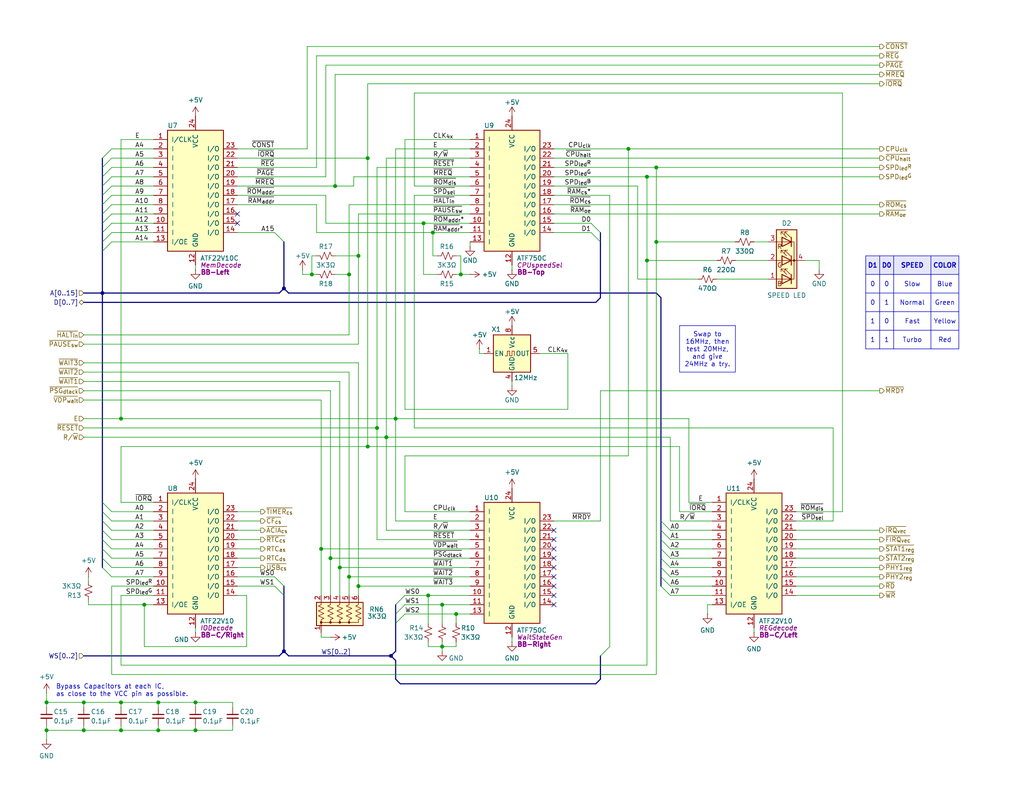
<source format=kicad_sch>
(kicad_sch (version 20250114) (generator "eeschema") (generator_version "9.0")
  (paper "USLetter")
  (title_block (title "Programmable Logic Devices") (date "2025-11-16") (rev "2.0") (company "MicroHobbyist") (comment 1 "Frédéric Segard"))
  (lib_symbols
    (symbol "Device:C_Small" (pin_numbers (hide yes)) (pin_names (offset 0.254) (hide yes))
      (property "Reference" "C" (at 0.254 1.778 0))
      (property "Value" "C_Small" (at 0.254 -2.032 0))
      (symbol "C_Small_1_1"
        (pin passive line (at 0 2.54 270) (length 2.032) (name "~") (number "1"))
        (pin passive line (at 0 -2.54 90) (length 2.032) (name "~") (number "2"))
      )
    )
    (symbol "Device:LED_BGRK" (pin_names (offset 0) (hide yes))
      (property "Reference" "D" (at 0 9.398 0))
      (property "Value" "LED_BGRK" (at 0 -8.89 0))
      (symbol "LED_BGRK_0_0"
        (text "R" (at 1.905 3.81 0) (effects (font (size 1.27 1.27))))
        (text "G" (at 1.905 -1.27 0) (effects (font (size 1.27 1.27))))
        (text "B" (at 1.905 -6.35 0) (effects (font (size 1.27 1.27))))
      )
      (symbol "LED_BGRK_1_1"
        (pin passive line (at -5.08 0 0) (length 2.54) (name "K") (number "4"))
        (pin passive line (at 5.08 5.08 180) (length 2.54) (name "RA") (number "3"))
        (pin passive line (at 5.08 0 180) (length 2.54) (name "GA") (number "2"))
        (pin passive line (at 5.08 -5.08 180) (length 2.54) (name "BA") (number "1"))
      )
    )
    (symbol "Device:R_Network05_US" (pin_names (offset 0) (hide yes))
      (property "Reference" "RN" (at -7.62 0 90))
      (property "Value" "R_Network05_US" (at 7.62 0 90))
      (symbol "R_Network05_US_1_1"
        (pin passive line (at -5.08 5.08 270) (length 2.54) (name "common") (number "1"))
        (pin passive line (at -5.08 -5.08 90) (length 1.27) (name "R1") (number "2"))
        (pin passive line (at -2.54 -5.08 90) (length 1.27) (name "R2") (number "3"))
        (pin passive line (at 0 -5.08 90) (length 1.27) (name "R3") (number "4"))
        (pin passive line (at 2.54 -5.08 90) (length 1.27) (name "R4") (number "5"))
        (pin passive line (at 5.08 -5.08 90) (length 1.27) (name "R5") (number "6"))
      )
    )
    (symbol "Device:R_Small_US" (pin_numbers (hide yes)) (pin_names (offset 0.254) (hide yes))
      (property "Reference" "R" (at 0.762 0.508 0))
      (property "Value" "R_Small_US" (at 0.762 -1.016 0))
      (symbol "R_Small_US_1_1"
        (pin passive line (at 0 2.54 270) (length 1.016) (name "~") (number "1"))
        (pin passive line (at 0 -2.54 90) (length 1.016) (name "~") (number "2"))
      )
    )
    (symbol "GND_1" (power) (pin_numbers (hide yes)) (pin_names (offset 0) (hide yes))
      (property "Value" "GND" (at 0 -3.81 0))
      (symbol "GND_1_1_1"
        (pin power_in line (at 0 0 270) (length 0) (name "~") (number "1"))
      )
    )
    (symbol "MicroHobbyist:ATF22V10C" (pin_names (offset 1.016))
      (property "Reference" "U" (at -7.62 1.27 0))
      (property "Value" "ATF22V10C" (at 1.27 -34.925 0))
      (symbol "ATF22V10C_1_1"
        (pin input line (at -11.43 -2.54 0) (length 3.81) (name "I/CLK") (number "1"))
        (pin input line (at -11.43 -5.08 0) (length 3.81) (name "I") (number "2"))
        (pin input line (at -11.43 -7.62 0) (length 3.81) (name "I") (number "3"))
        (pin input line (at -11.43 -10.16 0) (length 3.81) (name "I") (number "4"))
        (pin input line (at -11.43 -12.7 0) (length 3.81) (name "I") (number "5"))
        (pin input line (at -11.43 -15.24 0) (length 3.81) (name "I") (number "6"))
        (pin input line (at -11.43 -17.78 0) (length 3.81) (name "I") (number "7"))
        (pin input line (at -11.43 -20.32 0) (length 3.81) (name "I") (number "8"))
        (pin input line (at -11.43 -22.86 0) (length 3.81) (name "I") (number "9"))
        (pin input line (at -11.43 -25.4 0) (length 3.81) (name "I") (number "10"))
        (pin input line (at -11.43 -27.94 0) (length 3.81) (name "I") (number "11"))
        (pin input line (at -11.43 -30.48 0) (length 3.81) (name "I/OE") (number "13"))
        (pin power_in line (at 0 3.81 270) (length 3.81) (name "VCC") (number "24"))
        (pin power_in line (at 0 -36.83 90) (length 3.81) (name "GND") (number "12"))
        (pin bidirectional line (at 11.43 -5.08 180) (length 3.81) (name "I/O") (number "23"))
        (pin bidirectional line (at 11.43 -7.62 180) (length 3.81) (name "I/O") (number "22"))
        (pin bidirectional line (at 11.43 -10.16 180) (length 3.81) (name "I/O") (number "21"))
        (pin bidirectional line (at 11.43 -12.7 180) (length 3.81) (name "I/O") (number "20"))
        (pin bidirectional line (at 11.43 -15.24 180) (length 3.81) (name "I/O") (number "19"))
        (pin bidirectional line (at 11.43 -17.78 180) (length 3.81) (name "I/O") (number "18"))
        (pin bidirectional line (at 11.43 -20.32 180) (length 3.81) (name "I/O") (number "17"))
        (pin bidirectional line (at 11.43 -22.86 180) (length 3.81) (name "I/O") (number "16"))
        (pin bidirectional line (at 11.43 -25.4 180) (length 3.81) (name "I/O") (number "15"))
        (pin bidirectional line (at 11.43 -27.94 180) (length 3.81) (name "I/O") (number "14"))
      )
    )
    (symbol "MicroHobbyist:ATF750C" (pin_names (offset 1.016))
      (property "Reference" "U9" (at -7.62 1.27 0))
      (property "Value" "ATF750C" (at 1.27 -34.925 0))
      (property "File" "CPUspeedSel" (at 1.27 -37.084 0))
      (symbol "ATF750C_1_1"
        (pin input line (at -11.43 -2.54 0) (length 3.81) (name "I") (number "1"))
        (pin input line (at -11.43 -5.08 0) (length 3.81) (name "I") (number "2"))
        (pin input line (at -11.43 -7.62 0) (length 3.81) (name "I") (number "3"))
        (pin input line (at -11.43 -10.16 0) (length 3.81) (name "I") (number "4"))
        (pin input line (at -11.43 -12.7 0) (length 3.81) (name "I") (number "5"))
        (pin input line (at -11.43 -15.24 0) (length 3.81) (name "I") (number "6"))
        (pin input line (at -11.43 -17.78 0) (length 3.81) (name "I") (number "7"))
        (pin input line (at -11.43 -20.32 0) (length 3.81) (name "I") (number "8"))
        (pin input line (at -11.43 -22.86 0) (length 3.81) (name "I") (number "9"))
        (pin input line (at -11.43 -25.4 0) (length 3.81) (name "I") (number "10"))
        (pin input line (at -11.43 -27.94 0) (length 3.81) (name "I") (number "11"))
        (pin input line (at -11.43 -30.48 0) (length 3.81) (name "I") (number "13"))
        (pin power_in line (at 0 3.81 270) (length 3.81) (name "VCC") (number "24"))
        (pin power_in line (at 0 -36.83 90) (length 3.81) (name "GND") (number "12"))
        (pin bidirectional line (at 11.43 -5.08 180) (length 3.81) (name "I/O") (number "23"))
        (pin bidirectional line (at 11.43 -7.62 180) (length 3.81) (name "I/O") (number "22"))
        (pin bidirectional line (at 11.43 -10.16 180) (length 3.81) (name "I/O") (number "21"))
        (pin bidirectional line (at 11.43 -12.7 180) (length 3.81) (name "I/O") (number "20"))
        (pin bidirectional line (at 11.43 -15.24 180) (length 3.81) (name "I/O") (number "19"))
        (pin bidirectional line (at 11.43 -17.78 180) (length 3.81) (name "I/O") (number "18"))
        (pin bidirectional line (at 11.43 -20.32 180) (length 3.81) (name "I/O") (number "17"))
        (pin bidirectional line (at 11.43 -22.86 180) (length 3.81) (name "I/O") (number "16"))
        (pin bidirectional line (at 11.43 -25.4 180) (length 3.81) (name "I/O") (number "15"))
        (pin bidirectional line (at 11.43 -27.94 180) (length 3.81) (name "I/O") (number "14"))
      )
    )
    (symbol "Oscillator:CXO_DIP8" (pin_names (offset 0.254))
      (property "Reference" "Y" (at -5.08 6.35 0))
      (property "Value" "CXO_DIP8" (at 1.27 -6.35 0))
      (symbol "CXO_DIP8_1_1"
        (pin input line (at -7.62 0 0) (length 2.54) (name "EN") (number "1"))
        (pin power_in line (at 0 7.62 270) (length 2.54) (name "Vcc") (number "8"))
        (pin power_in line (at 0 -7.62 90) (length 2.54) (name "GND") (number "4"))
        (pin output line (at 7.62 0 180) (length 2.54) (name "OUT") (number "5"))
      )
    )
    (symbol "power:+5V" (power) (pin_numbers (hide yes)) (pin_names (offset 0) (hide yes))
      (property "Value" "+5V" (at 0 3.556 0))
      (symbol "+5V_1_1"
        (pin power_in line (at 0 0 90) (length 0) (name "~") (number "1"))
      )
    )
    (symbol "power:GND" (power) (pin_numbers (hide yes)) (pin_names (offset 0) (hide yes))
      (property "Value" "GND" (at 0 -3.81 0))
      (symbol "GND_1_1"
        (pin power_in line (at 0 0 270) (length 0) (name "~") (number "1"))
      )
    )
  )
  (text "Bypass Capacitors at each IC,\nas close to the VCC pin as possible." (at 15.24 188.595 0) (effects (font (size 1.27 1.27)) (justify left)))
  (text_box "Swap to 16MHz, then test 20MHz, and give 24MHz a try." (at 185.42 88.9 0) (size 15.24 12.7) (margins 0.9525 0.9525 0.9525 0.9525) (effects (font (size 1.27 1.27))))
  (junction (at 90.17 152.4))
  (junction (at 179.07 66.04))
  (junction (at 120.65 176.53))
  (junction (at 92.71 154.94))
  (junction (at 171.45 40.64))
  (junction (at 102.87 116.84))
  (junction (at 77.47 177.8))
  (junction (at 105.41 119.38))
  (junction (at 100.33 121.92))
  (junction (at 100.33 43.18))
  (junction (at 33.02 191.77))
  (junction (at 87.63 149.86))
  (junction (at 33.02 114.3))
  (junction (at 91.44 50.8))
  (junction (at 115.57 60.96))
  (junction (at 22.86 199.39))
  (junction (at 53.34 191.77))
  (junction (at 22.86 191.77))
  (junction (at 120.65 165.1))
  (junction (at 33.02 199.39))
  (junction (at 106.68 179.07))
  (junction (at 39.37 165.1))
  (junction (at 53.34 199.39))
  (junction (at 27.94 80.01))
  (junction (at 124.46 167.64))
  (junction (at 77.47 78.74))
  (junction (at 43.18 199.39))
  (junction (at 116.84 162.56))
  (junction (at 95.25 74.93))
  (junction (at 97.79 160.02))
  (junction (at 118.11 63.5))
  (junction (at 107.95 114.3))
  (junction (at 43.18 191.77))
  (junction (at 95.25 157.48))
  (junction (at 12.7 199.39))
  (junction (at 125.73 74.93))
  (junction (at 97.79 69.85))
  (junction (at 12.7 191.77))
  (junction (at 179.07 45.72))
  (junction (at 85.09 74.93))
  (junction (at 176.53 71.12))
  (junction (at 176.53 48.26))
  (no_connect (at 151.13 162.56))
  (no_connect (at 151.13 144.78))
  (no_connect (at 64.77 60.96))
  (no_connect (at 151.13 160.02))
  (no_connect (at 151.13 165.1))
  (no_connect (at 151.13 154.94))
  (no_connect (at 151.13 149.86))
  (no_connect (at 151.13 152.4))
  (no_connect (at 151.13 147.32))
  (no_connect (at 64.77 58.42))
  (no_connect (at 151.13 157.48))
  (bus_entry (at 27.94 154.94) (size 2.54 2.54))
  (bus_entry (at 27.94 45.72) (size 2.54 -2.54))
  (bus_entry (at 107.95 170.18) (size 2.54 -2.54))
  (bus_entry (at 27.94 149.86) (size 2.54 2.54))
  (bus_entry (at 27.94 53.34) (size 2.54 -2.54))
  (bus_entry (at 27.94 142.24) (size 2.54 2.54))
  (bus_entry (at 77.47 162.56) (size -2.54 -2.54))
  (bus_entry (at 180.34 154.94) (size 2.54 2.54))
  (bus_entry (at 27.94 63.5) (size 2.54 -2.54))
  (bus_entry (at 161.29 60.96) (size 2.54 2.54))
  (bus_entry (at 180.34 160.02) (size 2.54 2.54))
  (bus_entry (at 27.94 50.8) (size 2.54 -2.54))
  (bus_entry (at 27.94 144.78) (size 2.54 2.54))
  (bus_entry (at 27.94 137.16) (size 2.54 2.54))
  (bus_entry (at 77.47 66.04) (size -2.54 -2.54))
  (bus_entry (at 107.95 165.1) (size 2.54 -2.54))
  (bus_entry (at 27.94 152.4) (size 2.54 2.54))
  (bus_entry (at 27.94 60.96) (size 2.54 -2.54))
  (bus_entry (at 27.94 66.04) (size 2.54 -2.54))
  (bus_entry (at 27.94 43.18) (size 2.54 -2.54))
  (bus_entry (at 27.94 68.58) (size 2.54 -2.54))
  (bus_entry (at 180.34 144.78) (size 2.54 2.54))
  (bus_entry (at 27.94 58.42) (size 2.54 -2.54))
  (bus_entry (at 27.94 48.26) (size 2.54 -2.54))
  (bus_entry (at 74.93 157.48) (size 2.54 2.54))
  (bus_entry (at 180.34 149.86) (size 2.54 2.54))
  (bus_entry (at 180.34 147.32) (size 2.54 2.54))
  (bus_entry (at 27.94 147.32) (size 2.54 2.54))
  (bus_entry (at 163.83 179.07) (size 2.54 -2.54))
  (bus_entry (at 161.29 63.5) (size 2.54 2.54))
  (bus_entry (at 180.34 142.24) (size 2.54 2.54))
  (bus_entry (at 180.34 157.48) (size 2.54 2.54))
  (bus_entry (at 107.95 167.64) (size 2.54 -2.54))
  (bus_entry (at 180.34 152.4) (size 2.54 2.54))
  (bus_entry (at 27.94 55.88) (size 2.54 -2.54))
  (bus_entry (at 27.94 139.7) (size 2.54 2.54))
  (bus (pts (xy 27.94 142.24) (xy 27.94 139.7)))
  (wire (pts (xy 118.11 69.85) (xy 119.38 69.85)))
  (wire (pts (xy 219.71 71.12) (xy 223.52 71.12)))
  (wire (pts (xy 43.18 198.12) (xy 43.18 199.39)))
  (wire (pts (xy 30.48 48.26) (xy 41.91 48.26)))
  (bus (pts (xy 27.94 149.86) (xy 27.94 147.32)))
  (bus (pts (xy 27.94 55.88) (xy 27.94 58.42)))
  (wire (pts (xy 185.42 121.92) (xy 185.42 139.7)))
  (bus (pts (xy 180.34 154.94) (xy 180.34 152.4)))
  (bus (pts (xy 27.94 60.96) (xy 27.94 63.5)))
  (wire (pts (xy 33.02 191.77) (xy 33.02 193.04)))
  (wire (pts (xy 95.25 55.88) (xy 95.25 74.93)))
  (bus (pts (xy 78.74 80.01) (xy 179.07 80.01)))
  (wire (pts (xy 12.7 189.23) (xy 12.7 191.77)))
  (wire (pts (xy 33.02 121.92) (xy 100.33 121.92)))
  (wire (pts (xy 120.65 175.26) (xy 120.65 176.53)))
  (wire (pts (xy 22.86 191.77) (xy 33.02 191.77)))
  (wire (pts (xy 151.13 58.42) (xy 240.03 58.42)))
  (wire (pts (xy 185.42 139.7) (xy 194.31 139.7)))
  (wire (pts (xy 33.02 198.12) (xy 33.02 199.39)))
  (wire (pts (xy 217.17 147.32) (xy 240.03 147.32)))
  (wire (pts (xy 30.48 160.02) (xy 41.91 160.02)))
  (wire (pts (xy 30.48 60.96) (xy 41.91 60.96)))
  (bus (pts (xy 180.34 147.32) (xy 180.34 144.78)))
  (wire (pts (xy 95.25 55.88) (xy 128.27 55.88)))
  (bus (pts (xy 179.07 80.01) (xy 180.34 81.28)))
  (wire (pts (xy 182.88 152.4) (xy 194.31 152.4)))
  (wire (pts (xy 22.86 198.12) (xy 22.86 199.39)))
  (wire (pts (xy 125.73 69.85) (xy 125.73 74.93)))
  (wire (pts (xy 30.48 58.42) (xy 41.91 58.42)))
  (wire (pts (xy 217.17 154.94) (xy 240.03 154.94)))
  (wire (pts (xy 107.95 114.3) (xy 107.95 142.24)))
  (wire (pts (xy 105.41 43.18) (xy 128.27 43.18)))
  (wire (pts (xy 30.48 152.4) (xy 41.91 152.4)))
  (wire (pts (xy 113.03 25.4) (xy 113.03 50.8)))
  (wire (pts (xy 64.77 48.26) (xy 88.9 48.26)))
  (bus (pts (xy 107.95 167.64) (xy 107.95 170.18)))
  (wire (pts (xy 82.55 73.66) (xy 82.55 74.93)))
  (wire (pts (xy 22.86 119.38) (xy 105.41 119.38)))
  (wire (pts (xy 53.34 172.72) (xy 53.34 171.45)))
  (wire (pts (xy 100.33 121.92) (xy 185.42 121.92)))
  (wire (pts (xy 30.48 50.8) (xy 41.91 50.8)))
  (wire (pts (xy 193.04 165.1) (xy 193.04 167.64)))
  (wire (pts (xy 88.9 17.78) (xy 88.9 48.26)))
  (bus (pts (xy 163.83 81.28) (xy 162.56 82.55)))
  (wire (pts (xy 86.36 15.24) (xy 240.03 15.24)))
  (bus (pts (xy 106.68 179.07) (xy 107.95 180.34)))
  (wire (pts (xy 22.86 116.84) (xy 102.87 116.84)))
  (wire (pts (xy 217.17 152.4) (xy 240.03 152.4)))
  (wire (pts (xy 97.79 58.42) (xy 97.79 69.85)))
  (wire (pts (xy 22.86 109.22) (xy 87.63 109.22)))
  (wire (pts (xy 147.32 96.52) (xy 154.94 96.52)))
  (wire (pts (xy 30.48 147.32) (xy 41.91 147.32)))
  (wire (pts (xy 64.77 43.18) (xy 100.33 43.18)))
  (wire (pts (xy 130.81 95.25) (xy 130.81 96.52)))
  (wire (pts (xy 87.63 149.86) (xy 128.27 149.86)))
  (bus (pts (xy 163.83 66.04) (xy 163.83 81.28)))
  (wire (pts (xy 110.49 38.1) (xy 128.27 38.1)))
  (wire (pts (xy 30.48 66.04) (xy 41.91 66.04)))
  (wire (pts (xy 86.36 63.5) (xy 118.11 63.5)))
  (bus (pts (xy 107.95 165.1) (xy 107.95 167.64)))
  (wire (pts (xy 63.5 198.12) (xy 63.5 199.39)))
  (wire (pts (xy 30.48 154.94) (xy 41.91 154.94)))
  (wire (pts (xy 102.87 116.84) (xy 102.87 147.32)))
  (wire (pts (xy 95.25 74.93) (xy 91.44 74.93)))
  (wire (pts (xy 39.37 165.1) (xy 41.91 165.1)))
  (wire (pts (xy 217.17 162.56) (xy 240.03 162.56)))
  (wire (pts (xy 43.18 191.77) (xy 43.18 193.04)))
  (wire (pts (xy 64.77 63.5) (xy 74.93 63.5)))
  (wire (pts (xy 176.53 71.12) (xy 195.58 71.12)))
  (wire (pts (xy 110.49 38.1) (xy 110.49 111.76)))
  (wire (pts (xy 87.63 109.22) (xy 87.63 149.86)))
  (wire (pts (xy 95.25 157.48) (xy 128.27 157.48)))
  (wire (pts (xy 86.36 15.24) (xy 86.36 45.72)))
  (bus (pts (xy 27.94 80.01) (xy 76.2 80.01)))
  (wire (pts (xy 63.5 191.77) (xy 63.5 193.04)))
  (wire (pts (xy 92.71 154.94) (xy 92.71 162.56)))
  (bus (pts (xy 107.95 185.42) (xy 109.22 186.69)))
  (wire (pts (xy 151.13 43.18) (xy 240.03 43.18)))
  (wire (pts (xy 110.49 165.1) (xy 120.65 165.1)))
  (wire (pts (xy 97.79 69.85) (xy 97.79 93.98)))
  (wire (pts (xy 151.13 45.72) (xy 179.07 45.72)))
  (wire (pts (xy 30.48 53.34) (xy 41.91 53.34)))
  (wire (pts (xy 64.77 55.88) (xy 86.36 55.88)))
  (wire (pts (xy 102.87 45.72) (xy 102.87 116.84)))
  (wire (pts (xy 113.03 116.84) (xy 227.33 116.84)))
  (wire (pts (xy 171.45 40.64) (xy 240.03 40.64)))
  (wire (pts (xy 128.27 66.04) (xy 128.27 67.31)))
  (wire (pts (xy 30.48 139.7) (xy 41.91 139.7)))
  (wire (pts (xy 30.48 55.88) (xy 41.91 55.88)))
  (wire (pts (xy 100.33 22.86) (xy 100.33 43.18)))
  (wire (pts (xy 91.44 69.85) (xy 97.79 69.85)))
  (wire (pts (xy 67.31 162.56) (xy 67.31 176.53)))
  (wire (pts (xy 64.77 160.02) (xy 74.93 160.02)))
  (wire (pts (xy 124.46 175.26) (xy 124.46 176.53)))
  (wire (pts (xy 154.94 96.52) (xy 154.94 111.76)))
  (wire (pts (xy 151.13 60.96) (xy 161.29 60.96)))
  (bus (pts (xy 27.94 45.72) (xy 27.94 48.26)))
  (wire (pts (xy 120.65 165.1) (xy 128.27 165.1)))
  (wire (pts (xy 176.53 48.26) (xy 176.53 71.12)))
  (wire (pts (xy 64.77 144.78) (xy 71.12 144.78)))
  (wire (pts (xy 102.87 147.32) (xy 128.27 147.32)))
  (wire (pts (xy 195.58 76.2) (xy 209.55 76.2)))
  (wire (pts (xy 182.88 154.94) (xy 194.31 154.94)))
  (wire (pts (xy 86.36 74.93) (xy 85.09 74.93)))
  (wire (pts (xy 100.33 43.18) (xy 100.33 121.92)))
  (bus (pts (xy 76.2 80.01) (xy 77.47 78.74)))
  (wire (pts (xy 116.84 175.26) (xy 116.84 176.53)))
  (wire (pts (xy 115.57 74.93) (xy 119.38 74.93)))
  (wire (pts (xy 100.33 22.86) (xy 240.03 22.86)))
  (wire (pts (xy 113.03 25.4) (xy 229.87 25.4)))
  (wire (pts (xy 116.84 176.53) (xy 120.65 176.53)))
  (wire (pts (xy 33.02 114.3) (xy 107.95 114.3)))
  (wire (pts (xy 43.18 199.39) (xy 53.34 199.39)))
  (wire (pts (xy 92.71 104.14) (xy 92.71 154.94)))
  (wire (pts (xy 97.79 99.06) (xy 97.79 160.02)))
  (bus (pts (xy 180.34 152.4) (xy 180.34 149.86)))
  (wire (pts (xy 24.13 163.83) (xy 24.13 165.1)))
  (wire (pts (xy 22.86 101.6) (xy 95.25 101.6)))
  (wire (pts (xy 182.88 142.24) (xy 194.31 142.24)))
  (wire (pts (xy 96.52 48.26) (xy 96.52 50.8)))
  (wire (pts (xy 33.02 181.61) (xy 176.53 181.61)))
  (wire (pts (xy 30.48 144.78) (xy 41.91 144.78)))
  (wire (pts (xy 193.04 165.1) (xy 194.31 165.1)))
  (wire (pts (xy 64.77 45.72) (xy 86.36 45.72)))
  (wire (pts (xy 187.96 137.16) (xy 194.31 137.16)))
  (wire (pts (xy 205.74 172.72) (xy 205.74 171.45)))
  (wire (pts (xy 39.37 176.53) (xy 67.31 176.53)))
  (wire (pts (xy 173.99 50.8) (xy 173.99 76.2)))
  (wire (pts (xy 92.71 154.94) (xy 128.27 154.94)))
  (wire (pts (xy 173.99 76.2) (xy 190.5 76.2)))
  (wire (pts (xy 64.77 142.24) (xy 71.12 142.24)))
  (wire (pts (xy 166.37 53.34) (xy 166.37 176.53)))
  (wire (pts (xy 176.53 48.26) (xy 240.03 48.26)))
  (wire (pts (xy 64.77 50.8) (xy 91.44 50.8)))
  (wire (pts (xy 33.02 162.56) (xy 41.91 162.56)))
  (wire (pts (xy 110.49 124.46) (xy 110.49 139.7)))
  (wire (pts (xy 22.86 191.77) (xy 22.86 193.04)))
  (wire (pts (xy 85.09 69.85) (xy 85.09 74.93)))
  (wire (pts (xy 105.41 43.18) (xy 105.41 119.38)))
  (wire (pts (xy 120.65 176.53) (xy 124.46 176.53)))
  (wire (pts (xy 90.17 106.68) (xy 90.17 152.4)))
  (wire (pts (xy 125.73 74.93) (xy 128.27 74.93)))
  (wire (pts (xy 102.87 45.72) (xy 128.27 45.72)))
  (wire (pts (xy 171.45 40.64) (xy 171.45 124.46)))
  (wire (pts (xy 116.84 162.56) (xy 116.84 170.18)))
  (bus (pts (xy 77.47 78.74) (xy 78.74 80.01)))
  (wire (pts (xy 87.63 149.86) (xy 87.63 162.56)))
  (wire (pts (xy 91.44 20.32) (xy 91.44 50.8)))
  (wire (pts (xy 12.7 198.12) (xy 12.7 199.39)))
  (bus (pts (xy 27.94 50.8) (xy 27.94 53.34)))
  (bus (pts (xy 27.94 147.32) (xy 27.94 144.78)))
  (wire (pts (xy 64.77 139.7) (xy 71.12 139.7)))
  (wire (pts (xy 217.17 144.78) (xy 240.03 144.78)))
  (bus (pts (xy 163.83 179.07) (xy 163.83 185.42)))
  (wire (pts (xy 22.86 114.3) (xy 33.02 114.3)))
  (wire (pts (xy 113.03 53.34) (xy 113.03 116.84)))
  (wire (pts (xy 87.63 173.99) (xy 90.17 173.99)))
  (wire (pts (xy 91.44 20.32) (xy 240.03 20.32)))
  (wire (pts (xy 107.95 40.64) (xy 128.27 40.64)))
  (wire (pts (xy 64.77 157.48) (xy 74.93 157.48)))
  (bus (pts (xy 27.94 58.42) (xy 27.94 60.96)))
  (bus (pts (xy 162.56 186.69) (xy 109.22 186.69)))
  (wire (pts (xy 24.13 158.75) (xy 24.13 157.48)))
  (wire (pts (xy 139.7 175.26) (xy 139.7 173.99)))
  (bus (pts (xy 180.34 81.28) (xy 180.34 142.24)))
  (wire (pts (xy 86.36 55.88) (xy 86.36 63.5)))
  (wire (pts (xy 12.7 191.77) (xy 12.7 193.04)))
  (wire (pts (xy 151.13 55.88) (xy 240.03 55.88)))
  (bus (pts (xy 27.94 66.04) (xy 27.94 68.58)))
  (wire (pts (xy 53.34 199.39) (xy 63.5 199.39)))
  (wire (pts (xy 53.34 191.77) (xy 53.34 193.04)))
  (wire (pts (xy 22.86 93.98) (xy 97.79 93.98)))
  (wire (pts (xy 97.79 58.42) (xy 128.27 58.42)))
  (wire (pts (xy 12.7 199.39) (xy 22.86 199.39)))
  (wire (pts (xy 30.48 184.15) (xy 179.07 184.15)))
  (wire (pts (xy 30.48 45.72) (xy 41.91 45.72)))
  (wire (pts (xy 223.52 71.12) (xy 223.52 73.66)))
  (wire (pts (xy 124.46 167.64) (xy 128.27 167.64)))
  (wire (pts (xy 139.7 73.66) (xy 139.7 72.39)))
  (wire (pts (xy 229.87 25.4) (xy 229.87 139.7)))
  (wire (pts (xy 120.65 165.1) (xy 120.65 170.18)))
  (wire (pts (xy 64.77 152.4) (xy 71.12 152.4)))
  (wire (pts (xy 116.84 162.56) (xy 128.27 162.56)))
  (wire (pts (xy 130.81 96.52) (xy 132.08 96.52)))
  (wire (pts (xy 22.86 104.14) (xy 92.71 104.14)))
  (wire (pts (xy 95.25 74.93) (xy 95.25 91.44)))
  (wire (pts (xy 53.34 198.12) (xy 53.34 199.39)))
  (wire (pts (xy 107.95 114.3) (xy 187.96 114.3)))
  (bus (pts (xy 107.95 180.34) (xy 107.95 185.42)))
  (wire (pts (xy 151.13 53.34) (xy 166.37 53.34)))
  (wire (pts (xy 53.34 191.77) (xy 63.5 191.77)))
  (bus (pts (xy 27.94 80.01) (xy 27.94 137.16)))
  (wire (pts (xy 110.49 124.46) (xy 171.45 124.46)))
  (wire (pts (xy 182.88 162.56) (xy 194.31 162.56)))
  (wire (pts (xy 115.57 60.96) (xy 128.27 60.96)))
  (bus (pts (xy 77.47 160.02) (xy 77.47 162.56)))
  (wire (pts (xy 151.13 40.64) (xy 171.45 40.64)))
  (bus (pts (xy 22.86 80.01) (xy 27.94 80.01)))
  (wire (pts (xy 217.17 160.02) (xy 240.03 160.02)))
  (wire (pts (xy 33.02 38.1) (xy 41.91 38.1)))
  (wire (pts (xy 64.77 162.56) (xy 67.31 162.56)))
  (wire (pts (xy 176.53 71.12) (xy 176.53 181.61)))
  (wire (pts (xy 182.88 147.32) (xy 194.31 147.32)))
  (wire (pts (xy 12.7 199.39) (xy 12.7 201.93)))
  (wire (pts (xy 179.07 66.04) (xy 200.66 66.04)))
  (wire (pts (xy 39.37 165.1) (xy 39.37 176.53)))
  (wire (pts (xy 163.83 106.68) (xy 240.03 106.68)))
  (bus (pts (xy 77.47 66.04) (xy 77.47 78.74)))
  (wire (pts (xy 200.66 71.12) (xy 209.55 71.12)))
  (wire (pts (xy 179.07 45.72) (xy 240.03 45.72)))
  (bus (pts (xy 107.95 170.18) (xy 107.95 177.8)))
  (wire (pts (xy 151.13 142.24) (xy 163.83 142.24)))
  (bus (pts (xy 27.94 68.58) (xy 27.94 80.01)))
  (wire (pts (xy 107.95 40.64) (xy 107.95 114.3)))
  (wire (pts (xy 22.86 199.39) (xy 33.02 199.39)))
  (wire (pts (xy 33.02 199.39) (xy 43.18 199.39)))
  (wire (pts (xy 43.18 191.77) (xy 53.34 191.77)))
  (wire (pts (xy 124.46 69.85) (xy 125.73 69.85)))
  (bus (pts (xy 27.94 53.34) (xy 27.94 55.88)))
  (wire (pts (xy 90.17 152.4) (xy 90.17 162.56)))
  (bus (pts (xy 77.47 177.8) (xy 78.74 179.07)))
  (wire (pts (xy 95.25 101.6) (xy 95.25 157.48)))
  (bus (pts (xy 27.94 63.5) (xy 27.94 66.04)))
  (wire (pts (xy 115.57 60.96) (xy 115.57 74.93)))
  (wire (pts (xy 124.46 167.64) (xy 124.46 170.18)))
  (bus (pts (xy 27.94 152.4) (xy 27.94 149.86)))
  (wire (pts (xy 182.88 119.38) (xy 182.88 142.24)))
  (wire (pts (xy 12.7 191.77) (xy 22.86 191.77)))
  (wire (pts (xy 151.13 63.5) (xy 161.29 63.5)))
  (bus (pts (xy 22.86 82.55) (xy 162.56 82.55)))
  (wire (pts (xy 33.02 137.16) (xy 41.91 137.16)))
  (wire (pts (xy 227.33 116.84) (xy 227.33 142.24)))
  (wire (pts (xy 88.9 60.96) (xy 115.57 60.96)))
  (wire (pts (xy 97.79 160.02) (xy 97.79 162.56)))
  (wire (pts (xy 85.09 74.93) (xy 82.55 74.93)))
  (wire (pts (xy 118.11 63.5) (xy 118.11 69.85)))
  (bus (pts (xy 77.47 162.56) (xy 77.47 177.8)))
  (wire (pts (xy 182.88 160.02) (xy 194.31 160.02)))
  (bus (pts (xy 27.94 154.94) (xy 27.94 152.4)))
  (wire (pts (xy 64.77 149.86) (xy 71.12 149.86)))
  (wire (pts (xy 110.49 111.76) (xy 154.94 111.76)))
  (wire (pts (xy 107.95 142.24) (xy 128.27 142.24)))
  (wire (pts (xy 30.48 40.64) (xy 41.91 40.64)))
  (wire (pts (xy 30.48 157.48) (xy 41.91 157.48)))
  (wire (pts (xy 120.65 176.53) (xy 120.65 177.8)))
  (wire (pts (xy 90.17 152.4) (xy 128.27 152.4)))
  (wire (pts (xy 22.86 99.06) (xy 97.79 99.06)))
  (wire (pts (xy 86.36 69.85) (xy 85.09 69.85)))
  (bus (pts (xy 180.34 160.02) (xy 180.34 157.48)))
  (wire (pts (xy 163.83 106.68) (xy 163.83 142.24)))
  (wire (pts (xy 33.02 191.77) (xy 43.18 191.77)))
  (wire (pts (xy 22.86 91.44) (xy 95.25 91.44)))
  (wire (pts (xy 30.48 149.86) (xy 41.91 149.86)))
  (bus (pts (xy 180.34 157.48) (xy 180.34 154.94)))
  (wire (pts (xy 205.74 66.04) (xy 209.55 66.04)))
  (bus (pts (xy 27.94 137.16) (xy 27.94 139.7)))
  (wire (pts (xy 30.48 142.24) (xy 41.91 142.24)))
  (wire (pts (xy 217.17 142.24) (xy 227.33 142.24)))
  (wire (pts (xy 24.13 165.1) (xy 39.37 165.1)))
  (wire (pts (xy 33.02 162.56) (xy 33.02 181.61)))
  (wire (pts (xy 95.25 157.48) (xy 95.25 162.56)))
  (wire (pts (xy 217.17 139.7) (xy 229.87 139.7)))
  (wire (pts (xy 64.77 154.94) (xy 71.12 154.94)))
  (bus (pts (xy 163.83 185.42) (xy 162.56 186.69)))
  (wire (pts (xy 113.03 50.8) (xy 128.27 50.8)))
  (wire (pts (xy 179.07 45.72) (xy 179.07 66.04)))
  (wire (pts (xy 88.9 53.34) (xy 88.9 60.96)))
  (wire (pts (xy 88.9 17.78) (xy 240.03 17.78)))
  (wire (pts (xy 182.88 144.78) (xy 194.31 144.78)))
  (bus (pts (xy 78.74 179.07) (xy 106.68 179.07)))
  (bus (pts (xy 76.2 179.07) (xy 77.47 177.8)))
  (bus (pts (xy 106.68 179.07) (xy 107.95 177.8)))
  (wire (pts (xy 105.41 119.38) (xy 105.41 144.78)))
  (wire (pts (xy 151.13 48.26) (xy 176.53 48.26)))
  (wire (pts (xy 118.11 63.5) (xy 128.27 63.5)))
  (wire (pts (xy 217.17 149.86) (xy 240.03 149.86)))
  (wire (pts (xy 91.44 50.8) (xy 96.52 50.8)))
  (wire (pts (xy 97.79 160.02) (xy 128.27 160.02)))
  (bus (pts (xy 22.86 179.07) (xy 76.2 179.07)))
  (wire (pts (xy 87.63 173.99) (xy 87.63 172.72)))
  (wire (pts (xy 96.52 48.26) (xy 128.27 48.26)))
  (wire (pts (xy 53.34 73.66) (xy 53.34 72.39)))
  (bus (pts (xy 180.34 149.86) (xy 180.34 147.32)))
  (wire (pts (xy 113.03 53.34) (xy 128.27 53.34)))
  (bus (pts (xy 27.94 144.78) (xy 27.94 142.24)))
  (wire (pts (xy 64.77 53.34) (xy 88.9 53.34)))
  (wire (pts (xy 179.07 66.04) (xy 179.07 184.15)))
  (wire (pts (xy 182.88 157.48) (xy 194.31 157.48)))
  (bus (pts (xy 180.34 142.24) (xy 180.34 144.78)))
  (wire (pts (xy 33.02 38.1) (xy 33.02 114.3)))
  (wire (pts (xy 110.49 162.56) (xy 116.84 162.56)))
  (wire (pts (xy 124.46 74.93) (xy 125.73 74.93)))
  (wire (pts (xy 105.41 119.38) (xy 182.88 119.38)))
  (wire (pts (xy 30.48 160.02) (xy 30.48 184.15)))
  (wire (pts (xy 105.41 144.78) (xy 128.27 144.78)))
  (wire (pts (xy 33.02 121.92) (xy 33.02 137.16)))
  (wire (pts (xy 217.17 157.48) (xy 240.03 157.48)))
  (wire (pts (xy 64.77 147.32) (xy 71.12 147.32)))
  (wire (pts (xy 110.49 139.7) (xy 128.27 139.7)))
  (wire (pts (xy 64.77 40.64) (xy 83.82 40.64)))
  (wire (pts (xy 83.82 12.7) (xy 240.03 12.7)))
  (bus (pts (xy 27.94 43.18) (xy 27.94 45.72)))
  (wire (pts (xy 151.13 50.8) (xy 173.99 50.8)))
  (bus (pts (xy 27.94 48.26) (xy 27.94 50.8)))
  (wire (pts (xy 182.88 149.86) (xy 194.31 149.86)))
  (wire (pts (xy 83.82 12.7) (xy 83.82 40.64)))
  (wire (pts (xy 30.48 43.18) (xy 41.91 43.18)))
  (bus (pts (xy 163.83 63.5) (xy 163.83 66.04)))
  (wire (pts (xy 41.91 63.5) (xy 30.48 63.5)))
  (wire (pts (xy 22.86 106.68) (xy 90.17 106.68)))
  (wire (pts (xy 110.49 167.64) (xy 124.46 167.64)))
  (wire (pts (xy 139.7 105.41) (xy 139.7 104.14)))
  (wire (pts (xy 187.96 114.3) (xy 187.96 137.16)))
  (table (column_count 4) (border (external yes) (header yes)) (separators (rows yes) (cols yes)) (column_widths 3.81 3.81 10.16 7.62) (row_heights 5.08 5.08 5.08 5.08 5.08) (cells (table_cell "D1" (at 236.22 69.85 0) (size 3.81 5.08) (margins 0.9525 0.9525 0.9525 0.9525) (span 1 1) (fill (type color) (color 0 0 194 0.1))) (table_cell "D0" (at 240.03 69.85 0) (size 3.81 5.08) (margins 0.9525 0.9525 0.9525 0.9525) (span 1 1) (fill (type color) (color 0 0 194 0.1))) (table_cell "SPEED" (at 243.84 69.85 0) (size 10.16 5.08) (margins 0.9525 0.9525 0.9525 0.9525) (span 1 1) (fill (type color) (color 0 0 194 0.1))) (table_cell "COLOR" (at 254 69.85 0) (size 7.62 5.08) (margins 0.9525 0.9525 0.9525 0.9525) (span 1 1) (fill (type color) (color 0 0 194 0.1))) (table_cell "0" (at 236.22 74.93 0) (size 3.81 5.08) (margins 0.9525 0.9525 0.9525 0.9525) (span 1 1)) (table_cell "0" (at 240.03 74.93 0) (size 3.81 5.08) (margins 0.9525 0.9525 0.9525 0.9525) (span 1 1)) (table_cell "Slow" (at 243.84 74.93 0) (size 10.16 5.08) (margins 0.9525 0.9525 0.9525 0.9525) (span 1 1)) (table_cell "Blue" (at 254 74.93 0) (size 7.62 5.08) (margins 0.9525 0.9525 0.9525 0.9525) (span 1 1)) (table_cell "0" (at 236.22 80.01 0) (size 3.81 5.08) (margins 0.9525 0.9525 0.9525 0.9525) (span 1 1)) (table_cell "1" (at 240.03 80.01 0) (size 3.81 5.08) (margins 0.9525 0.9525 0.9525 0.9525) (span 1 1)) (table_cell "Normal" (at 243.84 80.01 0) (size 10.16 5.08) (margins 0.9525 0.9525 0.9525 0.9525) (span 1 1)) (table_cell "Green" (at 254 80.01 0) (size 7.62 5.08) (margins 0.9525 0.9525 0.9525 0.9525) (span 1 1)) (table_cell "1" (at 236.22 85.09 0) (size 3.81 5.08) (margins 0.9525 0.9525 0.9525 0.9525) (span 1 1)) (table_cell "0" (at 240.03 85.09 0) (size 3.81 5.08) (margins 0.9525 0.9525 0.9525 0.9525) (span 1 1)) (table_cell "Fast" (at 243.84 85.09 0) (size 10.16 5.08) (margins 0.9525 0.9525 0.9525 0.9525) (span 1 1)) (table_cell "Yellow" (at 254 85.09 0) (size 7.62 5.08) (margins 0.9525 0.9525 0.9525 0.9525) (span 1 1)) (table_cell "1" (at 236.22 90.17 0) (size 3.81 5.08) (margins 0.9525 0.9525 0.9525 0.9525) (span 1 1)) (table_cell "1" (at 240.03 90.17 0) (size 3.81 5.08) (margins 0.9525 0.9525 0.9525 0.9525) (span 1 1)) (table_cell "Turbo" (at 243.84 90.17 0) (size 10.16 5.08) (margins 0.9525 0.9525 0.9525 0.9525) (span 1 1)) (table_cell "Red" (at 254 90.17 0) (size 7.62 5.08) (margins 0.9525 0.9525 0.9525 0.9525) (span 1 1))))
  (label "CLK_{4x}" (at 118.11 38.1 0))
  (label "SPD_{led}^{R}" (at 161.29 45.72 180))
  (label "A4" (at 36.83 149.86 0))
  (label "R{slash}~{W}" (at 118.11 43.18 0))
  (label "A1" (at 182.88 147.32 0))
  (label "A9" (at 36.83 53.34 0))
  (label "CLK_{4x}" (at 154.94 96.52 180))
  (label "WS0" (at 110.49 162.56 0))
  (label "~{CPU_{halt}}" (at 161.29 43.18 180))
  (label "A8" (at 36.83 50.8 0))
  (label "A5" (at 182.88 157.48 0))
  (label "~{WAIT2}" (at 118.11 157.48 0))
  (label "A2" (at 36.83 144.78 0))
  (label "SPD_{led}^{R}" (at 34.29 160.02 0))
  (label "A0" (at 36.83 139.7 0))
  (label "WS2" (at 110.49 167.64 0))
  (label "~{IORQ}" (at 187.96 139.7 0))
  (label "~{MREQ}" (at 118.11 48.26 0))
  (label "WS1" (at 110.49 165.1 0))
  (label "~{ROM_{cs}}" (at 161.29 55.88 180))
  (label "A5" (at 36.83 43.18 0))
  (label "SPD_{led}^{G}" (at 34.29 162.56 0))
  (label "A15" (at 74.93 63.5 180))
  (label "~{MREQ}" (at 74.93 50.8 180))
  (label "CPU_{clk}" (at 118.11 139.7 0))
  (label "~{REG}" (at 74.93 45.72 180))
  (label "A6" (at 182.88 160.02 0))
  (label "A14" (at 36.83 66.04 0))
  (label "~{ROM_{dis}}" (at 118.11 50.8 0))
  (label "~{PSG_{dtack}}" (at 118.11 152.4 0))
  (label "A4" (at 36.83 40.64 0))
  (label "~{WAIT3}" (at 118.11 160.02 0))
  (label "~{CONST}" (at 74.93 40.64 180))
  (label "~{PAGE}" (at 74.93 48.26 180))
  (label "~{MRDY}" (at 161.29 142.24 180))
  (label "SPD_{led}^{G}" (at 161.29 48.26 180))
  (label "CPU_{clk}" (at 161.29 40.64 180))
  (label "A1" (at 36.83 142.24 0))
  (label "WS0" (at 74.93 157.48 180))
  (label "A3" (at 36.83 147.32 0))
  (label "~{SPD_{sel}}" (at 224.79 142.24 180))
  (label "A0" (at 182.88 144.78 0))
  (label "A3" (at 182.88 152.4 0))
  (label "E" (at 190.5 137.16 0))
  (label "D1" (at 161.29 63.5 180))
  (label "SPD_{led}^{B}" (at 161.29 50.8 180))
  (label "E" (at 118.11 142.24 0))
  (label "~{PAUSE_{sw}}" (at 118.11 58.42 0))
  (label "~{RAM_{addr}}*" (at 118.11 63.5 0))
  (label "~{RESET}" (at 118.11 45.72 0))
  (label "A7" (at 36.83 48.26 0))
  (label "~{ROM_{addr}}*" (at 118.11 60.96 0))
  (label "~{ROM_{dis}}" (at 224.79 139.7 180))
  (label "A12" (at 36.83 60.96 0))
  (label "A11" (at 36.83 58.42 0))
  (label "~{SPD_{sel}}" (at 118.11 53.34 0))
  (label "A6" (at 36.83 45.72 0))
  (label "A4" (at 182.88 154.94 0))
  (label "A13" (at 36.83 63.5 0))
  (label "A10" (at 36.83 55.88 0))
  (label "R{slash}~{W}" (at 118.11 144.78 0))
  (label "E" (at 118.11 40.64 0))
  (label "~{HALT_{in}}" (at 118.11 55.88 0))
  (label "A2" (at 182.88 149.86 0))
  (label "A7" (at 36.83 157.48 0))
  (label "A7" (at 182.88 162.56 0))
  (label "D0" (at 161.29 60.96 180))
  (label "~{RAM_{addr}}" (at 74.93 55.88 180))
  (label "WS[0..2]" (at 87.63 179.07 0))
  (label "R{slash}~{W}" (at 185.42 142.24 0))
  (label "~{IORQ}" (at 74.93 43.18 180))
  (label "~{IORQ}" (at 36.83 137.16 0))
  (label "~{RAM_{cs}}*" (at 161.29 53.34 180))
  (label "~{ROM_{addr}}" (at 74.93 53.34 180))
  (label "~{RAM_{oe}}" (at 161.29 58.42 180))
  (label "E" (at 36.83 38.1 0))
  (label "A6" (at 36.83 154.94 0))
  (label "A5" (at 36.83 152.4 0))
  (label "~{RESET}" (at 118.11 147.32 0))
  (label "~{WAIT1}" (at 118.11 154.94 0))
  (label "WS1" (at 74.93 160.02 180))
  (label "~{VDP_{wait}}" (at 118.11 149.86 0))
  (hierarchical_label "~{CPU_{halt}}" (shape output) (at 240.03 43.18 0))
  (hierarchical_label "WS[0..2]" (shape input) (at 22.86 179.07 180))
  (hierarchical_label "~{WAIT2}" (shape input) (at 22.86 101.6 180))
  (hierarchical_label "~{VDP_{wait}}" (shape input) (at 22.86 109.22 180))
  (hierarchical_label "~{WAIT1}" (shape input) (at 22.86 104.14 180))
  (hierarchical_label "RTC_{ds}" (shape output) (at 71.12 152.4 0))
  (hierarchical_label "A[0..15]" (shape input) (at 22.86 80.01 180))
  (hierarchical_label "~{USB_{cs}}" (shape output) (at 71.12 154.94 0))
  (hierarchical_label "~{RAM_{oe}}" (shape output) (at 240.03 58.42 0))
  (hierarchical_label "~{PHY2_{reg}}" (shape output) (at 240.03 157.48 0))
  (hierarchical_label "~{MREQ}" (shape output) (at 240.03 20.32 0))
  (hierarchical_label "~{ROM_{cs}}" (shape output) (at 240.03 55.88 0))
  (hierarchical_label "SPD_{led}^{R}" (shape output) (at 240.03 45.72 0))
  (hierarchical_label "~{TIMER_{cs}}" (shape output) (at 71.12 139.7 0))
  (hierarchical_label "~{PHY1_{reg}}" (shape output) (at 240.03 154.94 0))
  (hierarchical_label "CPU_{clk}" (shape output) (at 240.03 40.64 0))
  (hierarchical_label "~{STAT2_{reg}}" (shape output) (at 240.03 152.4 0))
  (hierarchical_label "RTC_{as}" (shape output) (at 71.12 149.86 0))
  (hierarchical_label "~{RTC_{cs}}" (shape output) (at 71.12 147.32 0))
  (hierarchical_label "~{RD}" (shape output) (at 240.03 160.02 0))
  (hierarchical_label "E" (shape input) (at 22.86 114.3 180))
  (hierarchical_label "SPD_{led}^{G}" (shape output) (at 240.03 48.26 0))
  (hierarchical_label "~{IORQ}" (shape output) (at 240.03 22.86 0))
  (hierarchical_label "~{HALT_{in}}" (shape input) (at 22.86 91.44 180))
  (hierarchical_label "~{STAT1_{reg}}" (shape output) (at 240.03 149.86 0))
  (hierarchical_label "~{MRDY}" (shape output) (at 240.03 106.68 0))
  (hierarchical_label "~{CF_{cs}}" (shape output) (at 71.12 142.24 0))
  (hierarchical_label "~{IRQ_{vec}}" (shape output) (at 240.03 144.78 0))
  (hierarchical_label "~{WR}" (shape output) (at 240.03 162.56 0))
  (hierarchical_label "~{WAIT3}" (shape input) (at 22.86 99.06 180))
  (hierarchical_label "~{ACIA_{cs}}" (shape output) (at 71.12 144.78 0))
  (hierarchical_label "~{PAGE}" (shape output) (at 240.03 17.78 0))
  (hierarchical_label "~{PAUSE_{sw}}" (shape input) (at 22.86 93.98 180))
  (hierarchical_label "R{slash}~{W}" (shape input) (at 22.86 119.38 180))
  (hierarchical_label "~{PSG_{dtack}}" (shape input) (at 22.86 106.68 180))
  (hierarchical_label "~{REG}" (shape output) (at 240.03 15.24 0))
  (hierarchical_label "~{FIRQ_{vec}}" (shape output) (at 240.03 147.32 0))
  (hierarchical_label "~{RESET}" (shape input) (at 22.86 116.84 180))
  (hierarchical_label "~{CONST}" (shape output) (at 240.03 12.7 0))
  (hierarchical_label "D[0..7]" (shape bidirectional) (at 22.86 82.55 180))
  (symbol (lib_id "power:GND") (at 139.7 105.41 0) (unit 1)
    (property "Reference" "#PWR042" (effects (hide yes)))
    (property "Value" "GND" (at 139.7 109.22 0))
    (property "Description" "Power symbol creates a global label with name \"GND\" , ground" (effects (hide yes)))
  )
  (symbol (lib_id "Device:C_Small") (at 43.18 195.58 0) (unit 1)
    (property "Reference" "C18" (at 45.085 194.31 0) (effects (justify left)))
    (property "Value" "0.1µF" (at 45.085 196.85 0) (effects (justify left)))
    (property "Description" "Unpolarized capacitor, small symbol" (effects (hide yes)))
  )
  (symbol (lib_id "Device:R_Small_US") (at 124.46 172.72 180) (unit 1)
    (property "Reference" "R10" (at 125.73 171.45 0) (effects (justify right)))
    (property "Value" "3K3Ω" (at 125.73 173.99 0) (effects (justify right)))
    (property "Description" "Resistor, small US symbol" (effects (hide yes)))
  )
  (symbol (lib_name "GND_1") (lib_id "power:GND") (at 193.04 167.64 0) (unit 1)
    (property "Reference" "#PWR045" (effects (hide yes)))
    (property "Value" "GND" (at 193.04 172.085 0))
    (property "Description" "Power symbol creates a global label with name \"GND\" , ground" (effects (hide yes)))
  )
  (symbol (lib_id "Device:R_Small_US") (at 116.84 172.72 180) (unit 1)
    (property "Reference" "R14" (at 115.57 171.45 0) (effects (justify left)))
    (property "Value" "3K3Ω" (at 115.57 173.99 0) (effects (justify left)))
    (property "Description" "Resistor, small US symbol" (effects (hide yes)))
  )
  (symbol (lib_id "Device:LED_BGRK") (at 214.63 71.12 0) (mirror y) (unit 1)
    (property "Reference" "D2" (at 214.63 60.96 0))
    (property "Value" "SPEED LED" (at 214.63 80.645 0))
    (property "Description" "RGB LED, blue/green/red/cathode" (effects (hide yes)))
  )
  (symbol (lib_id "Device:R_Small_US") (at 88.9 69.85 90) (mirror x) (unit 1)
    (property "Reference" "R17" (at 88.9 67.31 90))
    (property "Value" "3K3Ω" (at 88.9 72.39 90))
    (property "Description" "Resistor, small US symbol" (effects (hide yes)))
  )
  (symbol (lib_id "Device:R_Small_US") (at 203.2 66.04 90) (unit 1)
    (property "Reference" "R8" (at 203.2 63.5 90))
    (property "Value" "330Ω" (at 203.2 68.58 90))
    (property "Description" "Resistor, small US symbol" (effects (hide yes)))
  )
  (symbol (lib_id "MicroHobbyist:ATF750C") (at 139.7 35.56 0) (unit 1)
    (property "Reference" "U9" (at 132.08 34.29 0) (effects (justify left)))
    (property "Value" "ATF750C" (at 140.97 70.485 0) (effects (justify left)))
    (property "Footprint" "Package_DIP:DIP-24_W7.62mm_Socket" (effects (hide yes)))
    (property "Datasheet" "https://ww1.microchip.com/downloads/en/DeviceDoc/doc0776.pdf" (effects (hide yes)))
    (property "Description" "High-performance EE CPLD, 12 inputs, 10 I/O" (effects (hide yes)))
    (property "File" "CPUspeedSel" (at 140.97 72.39 0) (effects (font (italic yes)) (justify left)))
    (property "Package/Footprint" "PDIP-24" (effects (hide yes)))
    (property "Manufacturer" "TE Connectivity" (effects (hide yes)))
    (property "Manufacturer part#" "1-2199298-8" (effects (hide yes)))
    (property "Type" "Through Hole" (effects (hide yes)))
    (property "Position" "BB-Top" (at 140.97 74.295 0) (effects (font (thickness 0.254) (bold yes)) (justify left)))
  )
  (symbol (lib_id "power:+5V") (at 139.7 31.75 0) (unit 1)
    (property "Reference" "#PWR039" (effects (hide yes)))
    (property "Value" "+5V" (at 139.7 27.94 0))
    (property "Description" "Power symbol creates a global label with name \"+5V\"" (effects (hide yes)))
  )
  (symbol (lib_id "Device:R_Small_US") (at 121.92 69.85 270) (unit 1)
    (property "Reference" "R16" (at 121.92 67.31 90))
    (property "Value" "3K3Ω" (at 121.92 72.39 90))
    (property "Description" "Resistor, small US symbol" (effects (hide yes)))
  )
  (symbol (lib_id "Device:C_Small") (at 33.02 195.58 0) (unit 1)
    (property "Reference" "C17" (at 34.925 194.31 0) (effects (justify left)))
    (property "Value" "0.1µF" (at 34.925 196.85 0) (effects (justify left)))
    (property "Description" "Unpolarized capacitor, small symbol" (effects (hide yes)))
  )
  (symbol (lib_id "Device:C_Small") (at 22.86 195.58 0) (unit 1)
    (property "Reference" "C16" (at 24.765 194.31 0) (effects (justify left)))
    (property "Value" "0.1µF" (at 24.765 196.85 0) (effects (justify left)))
    (property "Description" "Unpolarized capacitor, small symbol" (effects (hide yes)))
  )
  (symbol (lib_id "power:GND") (at 12.7 201.93 0) (unit 1)
    (property "Reference" "#PWR032" (effects (hide yes)))
    (property "Value" "GND" (at 12.7 206.375 0))
    (property "Description" "Power symbol creates a global label with name \"GND\" , ground" (effects (hide yes)))
  )
  (symbol (lib_id "power:+5V") (at 12.7 189.23 0) (unit 1)
    (property "Reference" "#PWR031" (effects (hide yes)))
    (property "Value" "+5V" (at 12.7 184.785 0))
    (property "Description" "Power symbol creates a global label with name \"+5V\"" (effects (hide yes)))
  )
  (symbol (lib_id "power:+5V") (at 128.27 74.93 270) (unit 1)
    (property "Reference" "#PWR056" (effects (hide yes)))
    (property "Value" "+5V" (at 131.445 74.93 90) (effects (justify left)))
    (property "Description" "Power symbol creates a global label with name \"+5V\"" (effects (hide yes)))
  )
  (symbol (lib_id "Device:R_Small_US") (at 24.13 161.29 0) (unit 1)
    (property "Reference" "R13" (at 22.225 162.56 0) (effects (justify right)))
    (property "Value" "3K3Ω" (at 22.225 160.02 0) (effects (justify right)))
    (property "Description" "Resistor, small US symbol" (effects (hide yes)))
  )
  (symbol (lib_id "power:+5V") (at 139.7 133.35 0) (unit 1)
    (property "Reference" "#PWR043" (effects (hide yes)))
    (property "Value" "+5V" (at 139.7 128.905 0))
    (property "Description" "Power symbol creates a global label with name \"+5V\"" (effects (hide yes)))
  )
  (symbol (lib_id "power:+5V") (at 53.34 130.81 0) (unit 1)
    (property "Reference" "#PWR035" (effects (hide yes)))
    (property "Value" "+5V" (at 53.34 126.365 0))
    (property "Description" "Power symbol creates a global label with name \"+5V\"" (effects (hide yes)))
  )
  (symbol (lib_name "GND_1") (lib_id "power:GND") (at 120.65 177.8 0) (unit 1)
    (property "Reference" "#PWR051" (effects (hide yes)))
    (property "Value" "GND" (at 124.46 179.705 0))
    (property "Description" "Power symbol creates a global label with name \"GND\" , ground" (effects (hide yes)))
  )
  (symbol (lib_name "GND_1") (lib_id "power:GND") (at 139.7 175.26 0) (unit 1)
    (property "Reference" "#PWR044" (effects (hide yes)))
    (property "Value" "GND" (at 139.7 179.705 0))
    (property "Description" "Power symbol creates a global label with name \"GND\" , ground" (effects (hide yes)))
  )
  (symbol (lib_id "power:+5V") (at 205.74 130.81 0) (unit 1)
    (property "Reference" "#PWR046" (effects (hide yes)))
    (property "Value" "+5V" (at 205.74 126.365 0))
    (property "Description" "Power symbol creates a global label with name \"+5V\"" (effects (hide yes)))
  )
  (symbol (lib_id "Device:C_Small") (at 63.5 195.58 0) (unit 1)
    (property "Reference" "C20" (at 65.405 194.31 0) (effects (justify left)))
    (property "Value" "0.1µF" (at 65.405 196.85 0) (effects (justify left)))
    (property "Description" "Unpolarized capacitor, small symbol" (effects (hide yes)))
  )
  (symbol (lib_id "power:GND") (at 223.52 73.66 0) (unit 1)
    (property "Reference" "#PWR048" (effects (hide yes)))
    (property "Value" "GND" (at 223.52 77.47 0))
    (property "Description" "Power symbol creates a global label with name \"GND\" , ground" (effects (hide yes)))
  )
  (symbol (lib_id "power:+5V") (at 53.34 31.75 0) (unit 1)
    (property "Reference" "#PWR033" (effects (hide yes)))
    (property "Value" "+5V" (at 53.34 27.305 0))
    (property "Description" "Power symbol creates a global label with name \"+5V\"" (effects (hide yes)))
  )
  (symbol (lib_id "Device:R_Small_US") (at 193.04 76.2 90) (unit 1)
    (property "Reference" "R6" (at 193.04 73.66 90))
    (property "Value" "470Ω" (at 193.04 78.74 90))
    (property "Description" "Resistor, small US symbol" (effects (hide yes)))
  )
  (symbol (lib_id "MicroHobbyist:ATF750C") (at 139.7 137.16 0) (unit 1)
    (property "Reference" "U10" (at 132.08 135.89 0) (effects (justify left)))
    (property "Value" "ATF750C" (at 140.97 172.085 0) (effects (justify left)))
    (property "Footprint" "Package_DIP:DIP-24_W7.62mm_Socket" (effects (hide yes)))
    (property "Datasheet" "https://ww1.microchip.com/downloads/en/DeviceDoc/doc0776.pdf" (effects (hide yes)))
    (property "Description" "High-performance EE CPLD, 12 inputs, 10 I/O" (effects (hide yes)))
    (property "File" "WaitStateGen" (at 140.97 173.99 0) (effects (font (italic yes)) (justify left)))
    (property "Package/Footprint" "PDIP-24" (effects (hide yes)))
    (property "Manufacturer" "TE Connectivity" (effects (hide yes)))
    (property "Manufacturer part#" "1-2199298-8" (effects (hide yes)))
    (property "Type" "Through Hole" (effects (hide yes)))
    (property "Position" "BB-Right" (at 140.97 175.895 0) (effects (font (thickness 0.254) (bold yes)) (justify left)))
  )
  (symbol (lib_id "power:+5V") (at 130.81 95.25 0) (unit 1)
    (property "Reference" "#PWR038" (effects (hide yes)))
    (property "Value" "+5V" (at 130.81 91.44 0))
    (property "Description" "Power symbol creates a global label with name \"+5V\"" (effects (hide yes)))
  )
  (symbol (lib_id "power:+5V") (at 90.17 173.99 270) (mirror x) (unit 1)
    (property "Reference" "#PWR037" (effects (hide yes)))
    (property "Value" "+5V" (at 95.25 173.99 90))
    (property "Description" "Power symbol creates a global label with name \"+5V\"" (effects (hide yes)))
  )
  (symbol (lib_name "GND_1") (lib_id "power:GND") (at 53.34 172.72 0) (unit 1)
    (property "Reference" "#PWR036" (effects (hide yes)))
    (property "Value" "GND" (at 49.53 174.625 0))
    (property "Description" "Power symbol creates a global label with name \"GND\" , ground" (effects (hide yes)))
  )
  (symbol (lib_id "power:GND") (at 128.27 67.31 0) (unit 1)
    (property "Reference" "#PWR058" (effects (hide yes)))
    (property "Value" "GND" (at 128.27 71.12 0))
    (property "Description" "Power symbol creates a global label with name \"GND\" , ground" (effects (hide yes)))
  )
  (symbol (lib_id "power:GND") (at 53.34 73.66 0) (unit 1)
    (property "Reference" "#PWR034" (effects (hide yes)))
    (property "Value" "GND" (at 53.34 78.105 0))
    (property "Description" "Power symbol creates a global label with name \"GND\" , ground" (effects (hide yes)))
  )
  (symbol (lib_id "power:GND") (at 139.7 73.66 0) (unit 1)
    (property "Reference" "#PWR040" (effects (hide yes)))
    (property "Value" "GND" (at 139.7 77.47 0))
    (property "Description" "Power symbol creates a global label with name \"GND\" , ground" (effects (hide yes)))
  )
  (symbol (lib_id "power:+5V") (at 24.13 157.48 0) (mirror y) (unit 1)
    (property "Reference" "#PWR052" (effects (hide yes)))
    (property "Value" "+5V" (at 24.13 153.035 0))
    (property "Description" "Power symbol creates a global label with name \"+5V\"" (effects (hide yes)))
  )
  (symbol (lib_id "MicroHobbyist:ATF22V10C") (at 53.34 134.62 0) (unit 1)
    (property "Reference" "U8" (at 45.72 133.35 0) (effects (justify left)))
    (property "Value" "ATF22V10" (at 54.61 169.545 0) (effects (justify left)))
    (property "Footprint" "Package_DIP:DIP-24_W7.62mm_Socket_LongPads" (effects (hide yes)))
    (property "Datasheet" "http://ww1.microchip.com/downloads/en/DeviceDoc/doc0735.pdf" (effects (hide yes)))
    (property "Description" "High-performance EE PLD, 12 inputs, 10 I/O" (effects (hide yes)))
    (property "File" "IODecode" (at 54.61 171.45 0) (effects (font (italic yes)) (justify left)))
    (property "Position" "BB-C/Right" (at 54.61 173.355 0) (effects (font (thickness 0.254) (bold yes)) (justify left)))
  )
  (symbol (lib_id "Device:R_Small_US") (at 198.12 71.12 90) (unit 1)
    (property "Reference" "R7" (at 198.12 68.58 90))
    (property "Value" "220Ω" (at 198.12 73.66 90))
    (property "Description" "Resistor, small US symbol" (effects (hide yes)))
  )
  (symbol (lib_id "MicroHobbyist:ATF22V10C") (at 53.34 35.56 0) (unit 1)
    (property "Reference" "U7" (at 45.72 34.29 0) (effects (justify left)))
    (property "Value" "ATF22V10C" (at 54.61 70.485 0) (effects (justify left)))
    (property "Footprint" "Package_DIP:DIP-24_W7.62mm_Socket_LongPads" (effects (hide yes)))
    (property "Datasheet" "http://ww1.microchip.com/downloads/en/DeviceDoc/doc0735.pdf" (effects (hide yes)))
    (property "Description" "High-performance EE PLD, 12 inputs, 10 I/O" (effects (hide yes)))
    (property "File" "MemDecode" (at 54.61 72.39 0) (effects (font (italic yes)) (justify left)))
    (property "Position" "BB-Left" (at 54.61 74.295 0) (effects (font (thickness 0.254) (bold yes)) (justify left)))
  )
  (symbol (lib_id "Device:C_Small") (at 12.7 195.58 0) (unit 1)
    (property "Reference" "C15" (at 14.605 194.31 0) (effects (justify left)))
    (property "Value" "0.1µF" (at 14.605 196.85 0) (effects (justify left)))
    (property "Description" "Unpolarized capacitor, small symbol" (effects (hide yes)))
  )
  (symbol (lib_id "Device:R_Network05_US") (at 92.71 167.64 0) (mirror x) (unit 1)
    (property "Reference" "RN6" (at 104.775 166.37 0) (effects (justify right)))
    (property "Value" "3K3Ω" (at 102.87 168.275 0))
    (property "Footprint" "Resistor_THT:R_Array_SIP6" (effects (hide yes)))
    (property "Datasheet" "http://www.vishay.com/docs/31509/csc.pdf" (effects (hide yes)))
    (property "Description" "5 resistor network, star topology, bussed resistors, small US symbol" (effects (hide yes)))
  )
  (symbol (lib_id "Device:R_Small_US") (at 120.65 172.72 180) (unit 1)
    (property "Reference" "R9" (effects (hide yes)))
    (property "Value" "3K3Ω" (effects (hide yes)))
    (property "Description" "Resistor, small US symbol" (effects (hide yes)))
  )
  (symbol (lib_id "Oscillator:CXO_DIP8") (at 139.7 96.52 0) (unit 1)
    (property "Reference" "X1" (at 135.382 89.916 0))
    (property "Value" "12MHz" (at 140.208 103.124 0) (effects (justify left)))
    (property "Footprint" "Oscillator:Oscillator_DIP-8" (effects (hide yes)))
    (property "Datasheet" "http://cdn-reichelt.de/documents/datenblatt/B400/OSZI.pdf" (effects (hide yes)))
    (property "Description" "Crystal Clock Oscillator, DIP8-style metal package" (effects (hide yes)))
  )
  (symbol (lib_name "GND_1") (lib_id "power:GND") (at 205.74 172.72 0) (unit 1)
    (property "Reference" "#PWR047" (effects (hide yes)))
    (property "Value" "GND" (at 205.74 177.165 0))
    (property "Description" "Power symbol creates a global label with name \"GND\" , ground" (effects (hide yes)))
  )
  (symbol (lib_id "power:+5V") (at 82.55 73.66 0) (mirror y) (unit 1)
    (property "Reference" "#PWR057" (effects (hide yes)))
    (property "Value" "+5V" (at 82.55 69.85 0))
    (property "Description" "Power symbol creates a global label with name \"+5V\"" (effects (hide yes)))
  )
  (symbol (lib_id "Device:C_Small") (at 53.34 195.58 0) (unit 1)
    (property "Reference" "C19" (at 55.245 194.31 0) (effects (justify left)))
    (property "Value" "0.1µF" (at 55.245 196.85 0) (effects (justify left)))
    (property "Description" "Unpolarized capacitor, small symbol" (effects (hide yes)))
  )
  (symbol (lib_id "Device:R_Small_US") (at 88.9 74.93 90) (mirror x) (unit 1)
    (property "Reference" "R18" (at 88.9 77.47 90))
    (property "Value" "3K3Ω" (effects (hide yes)))
    (property "Description" "Resistor, small US symbol" (effects (hide yes)))
  )
  (symbol (lib_id "Device:R_Small_US") (at 121.92 74.93 270) (unit 1)
    (property "Reference" "R15" (at 121.92 77.47 90))
    (property "Value" "3K3Ω" (effects (hide yes)))
    (property "Description" "Resistor, small US symbol" (effects (hide yes)))
  )
  (symbol (lib_id "MicroHobbyist:ATF22V10C") (at 205.74 134.62 0) (unit 1)
    (property "Reference" "U11" (at 198.12 133.35 0) (effects (justify left)))
    (property "Value" "ATF22V10" (at 207.01 169.545 0) (effects (justify left)))
    (property "Footprint" "Package_DIP:DIP-24_W7.62mm_Socket_LongPads" (effects (hide yes)))
    (property "Datasheet" "http://ww1.microchip.com/downloads/en/DeviceDoc/doc0735.pdf" (effects (hide yes)))
    (property "Description" "High-performance EE PLD, 12 inputs, 10 I/O" (effects (hide yes)))
    (property "File" "REGdecode" (at 207.01 171.45 0) (effects (font (italic yes)) (justify left)))
    (property "Position" "BB-C/Left" (at 207.01 173.355 0) (effects (font (thickness 0.254) (bold yes)) (justify left)))
  )
  (symbol (lib_id "power:+5V") (at 139.7 88.9 0) (unit 1)
    (property "Reference" "#PWR041" (effects (hide yes)))
    (property "Value" "+5V" (at 139.7 85.09 0))
    (property "Description" "Power symbol creates a global label with name \"+5V\"" (effects (hide yes)))
  )
)
</source>
